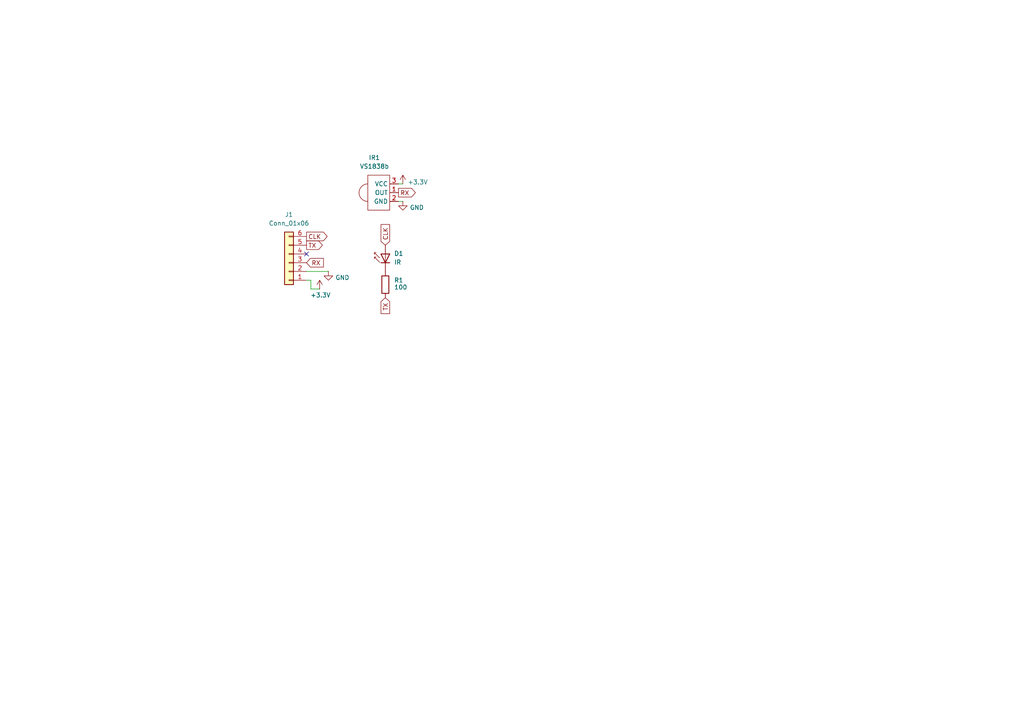
<source format=kicad_sch>
(kicad_sch (version 20250114) (generator "eeschema") (generator_version "9.0")
  (paper "A4")
  (lib_symbols
    (symbol "Connector_Generic:Conn_01x06" (pin_names (offset 1.016) (hide yes))
      (property "Reference" "J" (at 0 7.62 0))
      (property "Value" "Conn_01x06" (at 0 -10.16 0))
      (symbol "Conn_01x06_1_1"
        (rectangle (start -1.27 6.35) (end 1.27 -8.89) (stroke (width 0.254)) (fill (type background)))
        (rectangle (start -1.27 5.207) (end 0 4.953) (stroke (width 0.1524)))
        (rectangle (start -1.27 2.667) (end 0 2.413) (stroke (width 0.1524)))
        (rectangle (start -1.27 0.127) (end 0 -0.127) (stroke (width 0.1524)))
        (rectangle (start -1.27 -2.413) (end 0 -2.667) (stroke (width 0.1524)))
        (rectangle (start -1.27 -4.953) (end 0 -5.207) (stroke (width 0.1524)))
        (rectangle (start -1.27 -7.493) (end 0 -7.747) (stroke (width 0.1524)))
        (pin passive line (at -5.08 5.08 0) (length 3.81) (name "Pin_1") (number "1"))
        (pin passive line (at -5.08 2.54 0) (length 3.81) (name "Pin_2") (number "2"))
        (pin passive line (at -5.08 0 0) (length 3.81) (name "Pin_3") (number "3"))
        (pin passive line (at -5.08 -2.54 0) (length 3.81) (name "Pin_4") (number "4"))
        (pin passive line (at -5.08 -5.08 0) (length 3.81) (name "Pin_5") (number "5"))
        (pin passive line (at -5.08 -7.62 0) (length 3.81) (name "Pin_6") (number "6"))
      )
    )
    (symbol "Device:R" (pin_numbers (hide yes)) (pin_names (offset 0))
      (property "Reference" "R" (at 2.032 0 90))
      (property "Value" "R" (at 0 0 90))
      (symbol "R_0_1"
        (rectangle (start -1.016 -2.54) (end 1.016 2.54) (stroke (width 0.254)))
      )
      (symbol "R_1_1"
        (pin passive line (at 0 3.81 270) (length 1.27) (name "~") (number "1"))
        (pin passive line (at 0 -3.81 90) (length 1.27) (name "~") (number "2"))
      )
    )
    (symbol "IR:VS1838b"
      (property "Reference" "IR" (at 1.27 6.35 0))
      (property "Value" "VS1838b" (at 1.27 -6.35 0))
      (symbol "VS1838b_0_1"
        (rectangle (start -3.81 5.08) (end 2.54 -5.08))
      )
      (symbol "VS1838b_1_1"
        (arc (start -3.81 -2.54) (mid -6.3389 0) (end -3.81 2.54))
        (pin input line (at 5.08 2.54 180) (length 2.54) (name "VCC") (number "3"))
        (pin output line (at 5.08 0 180) (length 2.54) (name "OUT") (number "1"))
        (pin input line (at 5.08 -2.54 180) (length 2.54) (name "GND") (number "2"))
      )
    )
    (symbol "LED:SFH4550" (pin_numbers (hide yes)) (pin_names (offset 1.016) (hide yes))
      (property "Reference" "D" (at 0.508 1.778 0))
      (property "Value" "SFH4550" (at -1.016 -2.794 0))
      (symbol "SFH4550_0_1"
        (polyline (pts (xy -2.54 1.27) (xy -2.54 -1.27)) (stroke (width 0.254)))
        (polyline (pts (xy -2.413 1.651) (xy -0.889 3.175) (xy -0.889 2.667) (xy -0.889 3.175) (xy -1.397 3.175)))
        (polyline (pts (xy -1.143 1.651) (xy 0.381 3.175) (xy 0.381 2.667)))
        (polyline (pts (xy 0 0) (xy -2.54 0)))
        (polyline (pts (xy 0 -1.27) (xy -2.54 0) (xy 0 1.27) (xy 0 -1.27)) (stroke (width 0.254)))
        (polyline (pts (xy 0.381 3.175) (xy -0.127 3.175)))
      )
      (symbol "SFH4550_1_1"
        (pin passive line (at -5.08 0 0) (length 2.54) (name "K") (number "1"))
        (pin passive line (at 2.54 0 180) (length 2.54) (name "A") (number "2"))
      )
    )
    (symbol "power:+3.3V" (power) (pin_numbers (hide yes)) (pin_names (offset 0) (hide yes))
      (property "Value" "+3.3V" (at 0 3.556 0))
      (symbol "+3.3V_0_1"
        (polyline (pts (xy -0.762 1.27) (xy 0 2.54)))
        (polyline (pts (xy 0 2.54) (xy 0.762 1.27)))
        (polyline (pts (xy 0 0) (xy 0 2.54)))
      )
      (symbol "+3.3V_1_1"
        (pin power_in line (at 0 0 90) (length 0) (name "~") (number "1"))
      )
    )
    (symbol "power:GND" (power) (pin_numbers (hide yes)) (pin_names (offset 0) (hide yes))
      (property "Value" "GND" (at 0 -3.81 0))
      (symbol "GND_0_1"
        (polyline (pts (xy 0 0) (xy 0 -1.27) (xy 1.27 -1.27) (xy 0 -2.54) (xy -1.27 -1.27) (xy 0 -1.27)))
      )
      (symbol "GND_1_1"
        (pin power_in line (at 0 0 270) (length 0) (name "~") (number "1"))
      )
    )
  )
  (no_connect (at 88.9 73.66))
  (wire (pts (xy 90.17 83.82) (xy 92.71 83.82)))
  (wire (pts (xy 88.9 81.28) (xy 90.17 81.28)))
  (wire (pts (xy 95.25 78.74) (xy 88.9 78.74)))
  (wire (pts (xy 90.17 81.28) (xy 90.17 83.82)))
  (wire (pts (xy 116.84 58.42) (xy 115.57 58.42)))
  (wire (pts (xy 116.84 53.34) (xy 115.57 53.34)))
  (global_label "RX" (shape input) (at 88.9 76.2 0) (property "Intersheetrefs" "${INTERSHEET_REFS}" (effects (hide yes))))
  (global_label "CLK" (shape input) (at 111.76 71.12 90) (property "Intersheetrefs" "${INTERSHEET_REFS}" (effects (hide yes))))
  (global_label "CLK" (shape output) (at 88.9 68.58 0) (property "Intersheetrefs" "${INTERSHEET_REFS}" (effects (hide yes))))
  (global_label "TX" (shape output) (at 88.9 71.12 0) (property "Intersheetrefs" "${INTERSHEET_REFS}" (effects (hide yes))))
  (global_label "TX" (shape input) (at 111.76 86.36 270) (property "Intersheetrefs" "${INTERSHEET_REFS}" (effects (hide yes))))
  (global_label "RX" (shape output) (at 115.57 55.88 0) (property "Intersheetrefs" "${INTERSHEET_REFS}" (effects (hide yes))))
  (symbol (lib_id "power:GND") (at 95.25 78.74 0) (mirror y) (unit 1)
    (property "Reference" "#PWR03" (effects (hide yes)))
    (property "Value" "GND" (at 99.314 80.518 0))
    (property "Description" "Power symbol creates a global label with name \"GND\" , ground" (effects (hide yes)))
  )
  (symbol (lib_id "IR:VS1838b") (at 110.49 55.88 0) (unit 1)
    (property "Reference" "IR1" (at 108.5905 45.72 0))
    (property "Value" "VS1838b" (at 108.5905 48.26 0))
    (property "Footprint" "IR:VS1838b" (effects (hide yes)))
    (property "Datasheet" "https://www.elecrow.com/download/Infrared%20receiver%20vs1838b.pdf" (effects (hide yes)))
    (property "Description" "Infrared Receiver Module" (effects (hide yes)))
  )
  (symbol (lib_id "power:GND") (at 116.84 58.42 0) (mirror y) (unit 1)
    (property "Reference" "#PWR08" (effects (hide yes)))
    (property "Value" "GND" (at 120.904 60.198 0))
    (property "Description" "Power symbol creates a global label with name \"GND\" , ground" (effects (hide yes)))
  )
  (symbol (lib_id "LED:SFH4550") (at 111.76 73.66 90) (unit 1)
    (property "Reference" "D1" (at 114.3 73.5329 90) (effects (justify right)))
    (property "Value" "IR" (at 114.3 76.0729 90) (effects (justify right)))
    (property "Footprint" "LED_THT:LED_D5.0mm_Horizontal_O1.27mm_Z3.0mm_IRBlack" (effects (hide yes)))
    (property "Datasheet" "http://www.osram-os.com/Graphics/XPic3/00116140_0.pdf" (effects (hide yes)))
    (property "Description" "950nm High-Power IR-LED, 5mm" (effects (hide yes)))
  )
  (symbol (lib_id "Device:R") (at 111.76 82.55 180) (unit 1)
    (property "Reference" "R1" (at 114.3 81.2799 0) (effects (justify right)))
    (property "Value" "100" (at 114.3 83.312 0) (effects (justify right)))
    (property "Footprint" "Resistor_THT:R_Axial_DIN0207_L6.3mm_D2.5mm_P10.16mm_Horizontal" (effects (hide yes)))
    (property "Description" "Resistor" (effects (hide yes)))
  )
  (symbol (lib_id "power:+3.3V") (at 116.84 53.34 0) (mirror y) (unit 1)
    (property "Reference" "#PWR07" (effects (hide yes)))
    (property "Value" "+3.3V" (at 121.158 52.832 0))
    (property "Description" "Power symbol creates a global label with name \"+3.3V\"" (effects (hide yes)))
  )
  (symbol (lib_id "power:+3.3V") (at 92.71 83.82 0) (mirror y) (unit 1)
    (property "Reference" "#PWR04" (effects (hide yes)))
    (property "Value" "+3.3V" (at 92.964 85.598 0))
    (property "Description" "Power symbol creates a global label with name \"+3.3V\"" (effects (hide yes)))
  )
  (symbol (lib_id "Connector_Generic:Conn_01x06") (at 83.82 76.2 180) (unit 1)
    (property "Reference" "J1" (at 83.82 62.23 0))
    (property "Value" "Conn_01x06" (at 83.82 64.77 0))
    (property "Footprint" "Connector_PinHeader_2.54mm:PinHeader_1x06_P2.54mm_Horizontal" (effects (hide yes)))
    (property "Description" "Generic connector, single row, 01x06, script generated (kicad-library-utils/schlib/autogen/connector/)" (effects (hide yes)))
  )
)
</source>
